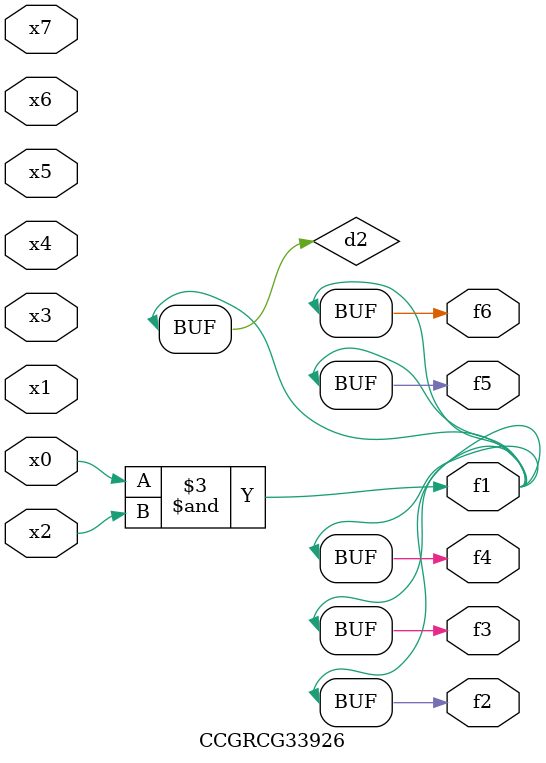
<source format=v>
module CCGRCG33926(
	input x0, x1, x2, x3, x4, x5, x6, x7,
	output f1, f2, f3, f4, f5, f6
);

	wire d1, d2;

	nor (d1, x3, x6);
	and (d2, x0, x2);
	assign f1 = d2;
	assign f2 = d2;
	assign f3 = d2;
	assign f4 = d2;
	assign f5 = d2;
	assign f6 = d2;
endmodule

</source>
